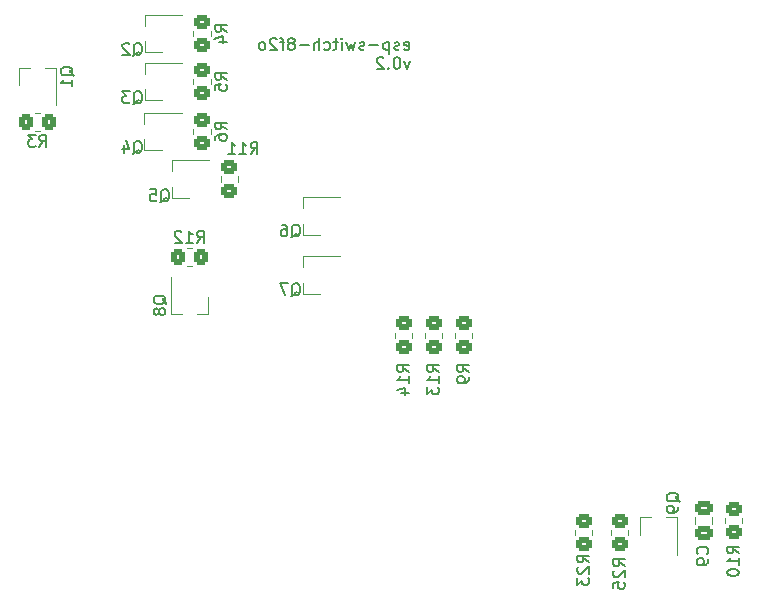
<source format=gbo>
G04 #@! TF.GenerationSoftware,KiCad,Pcbnew,7.0.6*
G04 #@! TF.CreationDate,2023-08-17T21:06:19+02:00*
G04 #@! TF.ProjectId,esp-switch,6573702d-7377-4697-9463-682e6b696361,rev?*
G04 #@! TF.SameCoordinates,Original*
G04 #@! TF.FileFunction,Legend,Bot*
G04 #@! TF.FilePolarity,Positive*
%FSLAX46Y46*%
G04 Gerber Fmt 4.6, Leading zero omitted, Abs format (unit mm)*
G04 Created by KiCad (PCBNEW 7.0.6) date 2023-08-17 21:06:19*
%MOMM*%
%LPD*%
G01*
G04 APERTURE LIST*
G04 Aperture macros list*
%AMRoundRect*
0 Rectangle with rounded corners*
0 $1 Rounding radius*
0 $2 $3 $4 $5 $6 $7 $8 $9 X,Y pos of 4 corners*
0 Add a 4 corners polygon primitive as box body*
4,1,4,$2,$3,$4,$5,$6,$7,$8,$9,$2,$3,0*
0 Add four circle primitives for the rounded corners*
1,1,$1+$1,$2,$3*
1,1,$1+$1,$4,$5*
1,1,$1+$1,$6,$7*
1,1,$1+$1,$8,$9*
0 Add four rect primitives between the rounded corners*
20,1,$1+$1,$2,$3,$4,$5,0*
20,1,$1+$1,$4,$5,$6,$7,0*
20,1,$1+$1,$6,$7,$8,$9,0*
20,1,$1+$1,$8,$9,$2,$3,0*%
G04 Aperture macros list end*
%ADD10C,0.150000*%
%ADD11C,0.120000*%
%ADD12R,1.600000X1.600000*%
%ADD13C,1.600000*%
%ADD14O,1.600000X1.600000*%
%ADD15C,1.800000*%
%ADD16R,2.400000X2.400000*%
%ADD17O,2.400000X2.400000*%
%ADD18R,1.700000X1.700000*%
%ADD19O,1.700000X1.700000*%
%ADD20R,2.200000X2.200000*%
%ADD21O,2.200000X2.200000*%
%ADD22RoundRect,0.250000X-0.350000X-0.450000X0.350000X-0.450000X0.350000X0.450000X-0.350000X0.450000X0*%
%ADD23RoundRect,0.250000X0.450000X-0.350000X0.450000X0.350000X-0.450000X0.350000X-0.450000X-0.350000X0*%
%ADD24RoundRect,0.250000X0.475000X-0.337500X0.475000X0.337500X-0.475000X0.337500X-0.475000X-0.337500X0*%
%ADD25R,1.900000X0.800000*%
%ADD26RoundRect,0.250000X-0.450000X0.350000X-0.450000X-0.350000X0.450000X-0.350000X0.450000X0.350000X0*%
%ADD27RoundRect,0.250000X0.350000X0.450000X-0.350000X0.450000X-0.350000X-0.450000X0.350000X-0.450000X0*%
%ADD28R,0.800000X1.900000*%
G04 APERTURE END LIST*
D10*
X34842268Y-3292200D02*
X34937506Y-3339819D01*
X34937506Y-3339819D02*
X35127982Y-3339819D01*
X35127982Y-3339819D02*
X35223220Y-3292200D01*
X35223220Y-3292200D02*
X35270839Y-3196961D01*
X35270839Y-3196961D02*
X35270839Y-2816009D01*
X35270839Y-2816009D02*
X35223220Y-2720771D01*
X35223220Y-2720771D02*
X35127982Y-2673152D01*
X35127982Y-2673152D02*
X34937506Y-2673152D01*
X34937506Y-2673152D02*
X34842268Y-2720771D01*
X34842268Y-2720771D02*
X34794649Y-2816009D01*
X34794649Y-2816009D02*
X34794649Y-2911247D01*
X34794649Y-2911247D02*
X35270839Y-3006485D01*
X34413696Y-3292200D02*
X34318458Y-3339819D01*
X34318458Y-3339819D02*
X34127982Y-3339819D01*
X34127982Y-3339819D02*
X34032744Y-3292200D01*
X34032744Y-3292200D02*
X33985125Y-3196961D01*
X33985125Y-3196961D02*
X33985125Y-3149342D01*
X33985125Y-3149342D02*
X34032744Y-3054104D01*
X34032744Y-3054104D02*
X34127982Y-3006485D01*
X34127982Y-3006485D02*
X34270839Y-3006485D01*
X34270839Y-3006485D02*
X34366077Y-2958866D01*
X34366077Y-2958866D02*
X34413696Y-2863628D01*
X34413696Y-2863628D02*
X34413696Y-2816009D01*
X34413696Y-2816009D02*
X34366077Y-2720771D01*
X34366077Y-2720771D02*
X34270839Y-2673152D01*
X34270839Y-2673152D02*
X34127982Y-2673152D01*
X34127982Y-2673152D02*
X34032744Y-2720771D01*
X33556553Y-2673152D02*
X33556553Y-3673152D01*
X33556553Y-2720771D02*
X33461315Y-2673152D01*
X33461315Y-2673152D02*
X33270839Y-2673152D01*
X33270839Y-2673152D02*
X33175601Y-2720771D01*
X33175601Y-2720771D02*
X33127982Y-2768390D01*
X33127982Y-2768390D02*
X33080363Y-2863628D01*
X33080363Y-2863628D02*
X33080363Y-3149342D01*
X33080363Y-3149342D02*
X33127982Y-3244580D01*
X33127982Y-3244580D02*
X33175601Y-3292200D01*
X33175601Y-3292200D02*
X33270839Y-3339819D01*
X33270839Y-3339819D02*
X33461315Y-3339819D01*
X33461315Y-3339819D02*
X33556553Y-3292200D01*
X32651791Y-2958866D02*
X31889887Y-2958866D01*
X31461315Y-3292200D02*
X31366077Y-3339819D01*
X31366077Y-3339819D02*
X31175601Y-3339819D01*
X31175601Y-3339819D02*
X31080363Y-3292200D01*
X31080363Y-3292200D02*
X31032744Y-3196961D01*
X31032744Y-3196961D02*
X31032744Y-3149342D01*
X31032744Y-3149342D02*
X31080363Y-3054104D01*
X31080363Y-3054104D02*
X31175601Y-3006485D01*
X31175601Y-3006485D02*
X31318458Y-3006485D01*
X31318458Y-3006485D02*
X31413696Y-2958866D01*
X31413696Y-2958866D02*
X31461315Y-2863628D01*
X31461315Y-2863628D02*
X31461315Y-2816009D01*
X31461315Y-2816009D02*
X31413696Y-2720771D01*
X31413696Y-2720771D02*
X31318458Y-2673152D01*
X31318458Y-2673152D02*
X31175601Y-2673152D01*
X31175601Y-2673152D02*
X31080363Y-2720771D01*
X30699410Y-2673152D02*
X30508934Y-3339819D01*
X30508934Y-3339819D02*
X30318458Y-2863628D01*
X30318458Y-2863628D02*
X30127982Y-3339819D01*
X30127982Y-3339819D02*
X29937506Y-2673152D01*
X29556553Y-3339819D02*
X29556553Y-2673152D01*
X29556553Y-2339819D02*
X29604172Y-2387438D01*
X29604172Y-2387438D02*
X29556553Y-2435057D01*
X29556553Y-2435057D02*
X29508934Y-2387438D01*
X29508934Y-2387438D02*
X29556553Y-2339819D01*
X29556553Y-2339819D02*
X29556553Y-2435057D01*
X29223220Y-2673152D02*
X28842268Y-2673152D01*
X29080363Y-2339819D02*
X29080363Y-3196961D01*
X29080363Y-3196961D02*
X29032744Y-3292200D01*
X29032744Y-3292200D02*
X28937506Y-3339819D01*
X28937506Y-3339819D02*
X28842268Y-3339819D01*
X28080363Y-3292200D02*
X28175601Y-3339819D01*
X28175601Y-3339819D02*
X28366077Y-3339819D01*
X28366077Y-3339819D02*
X28461315Y-3292200D01*
X28461315Y-3292200D02*
X28508934Y-3244580D01*
X28508934Y-3244580D02*
X28556553Y-3149342D01*
X28556553Y-3149342D02*
X28556553Y-2863628D01*
X28556553Y-2863628D02*
X28508934Y-2768390D01*
X28508934Y-2768390D02*
X28461315Y-2720771D01*
X28461315Y-2720771D02*
X28366077Y-2673152D01*
X28366077Y-2673152D02*
X28175601Y-2673152D01*
X28175601Y-2673152D02*
X28080363Y-2720771D01*
X27651791Y-3339819D02*
X27651791Y-2339819D01*
X27223220Y-3339819D02*
X27223220Y-2816009D01*
X27223220Y-2816009D02*
X27270839Y-2720771D01*
X27270839Y-2720771D02*
X27366077Y-2673152D01*
X27366077Y-2673152D02*
X27508934Y-2673152D01*
X27508934Y-2673152D02*
X27604172Y-2720771D01*
X27604172Y-2720771D02*
X27651791Y-2768390D01*
X26747029Y-2958866D02*
X25985125Y-2958866D01*
X25366077Y-2768390D02*
X25461315Y-2720771D01*
X25461315Y-2720771D02*
X25508934Y-2673152D01*
X25508934Y-2673152D02*
X25556553Y-2577914D01*
X25556553Y-2577914D02*
X25556553Y-2530295D01*
X25556553Y-2530295D02*
X25508934Y-2435057D01*
X25508934Y-2435057D02*
X25461315Y-2387438D01*
X25461315Y-2387438D02*
X25366077Y-2339819D01*
X25366077Y-2339819D02*
X25175601Y-2339819D01*
X25175601Y-2339819D02*
X25080363Y-2387438D01*
X25080363Y-2387438D02*
X25032744Y-2435057D01*
X25032744Y-2435057D02*
X24985125Y-2530295D01*
X24985125Y-2530295D02*
X24985125Y-2577914D01*
X24985125Y-2577914D02*
X25032744Y-2673152D01*
X25032744Y-2673152D02*
X25080363Y-2720771D01*
X25080363Y-2720771D02*
X25175601Y-2768390D01*
X25175601Y-2768390D02*
X25366077Y-2768390D01*
X25366077Y-2768390D02*
X25461315Y-2816009D01*
X25461315Y-2816009D02*
X25508934Y-2863628D01*
X25508934Y-2863628D02*
X25556553Y-2958866D01*
X25556553Y-2958866D02*
X25556553Y-3149342D01*
X25556553Y-3149342D02*
X25508934Y-3244580D01*
X25508934Y-3244580D02*
X25461315Y-3292200D01*
X25461315Y-3292200D02*
X25366077Y-3339819D01*
X25366077Y-3339819D02*
X25175601Y-3339819D01*
X25175601Y-3339819D02*
X25080363Y-3292200D01*
X25080363Y-3292200D02*
X25032744Y-3244580D01*
X25032744Y-3244580D02*
X24985125Y-3149342D01*
X24985125Y-3149342D02*
X24985125Y-2958866D01*
X24985125Y-2958866D02*
X25032744Y-2863628D01*
X25032744Y-2863628D02*
X25080363Y-2816009D01*
X25080363Y-2816009D02*
X25175601Y-2768390D01*
X24699410Y-2673152D02*
X24318458Y-2673152D01*
X24556553Y-3339819D02*
X24556553Y-2482676D01*
X24556553Y-2482676D02*
X24508934Y-2387438D01*
X24508934Y-2387438D02*
X24413696Y-2339819D01*
X24413696Y-2339819D02*
X24318458Y-2339819D01*
X24032743Y-2435057D02*
X23985124Y-2387438D01*
X23985124Y-2387438D02*
X23889886Y-2339819D01*
X23889886Y-2339819D02*
X23651791Y-2339819D01*
X23651791Y-2339819D02*
X23556553Y-2387438D01*
X23556553Y-2387438D02*
X23508934Y-2435057D01*
X23508934Y-2435057D02*
X23461315Y-2530295D01*
X23461315Y-2530295D02*
X23461315Y-2625533D01*
X23461315Y-2625533D02*
X23508934Y-2768390D01*
X23508934Y-2768390D02*
X24080362Y-3339819D01*
X24080362Y-3339819D02*
X23461315Y-3339819D01*
X22889886Y-3339819D02*
X22985124Y-3292200D01*
X22985124Y-3292200D02*
X23032743Y-3244580D01*
X23032743Y-3244580D02*
X23080362Y-3149342D01*
X23080362Y-3149342D02*
X23080362Y-2863628D01*
X23080362Y-2863628D02*
X23032743Y-2768390D01*
X23032743Y-2768390D02*
X22985124Y-2720771D01*
X22985124Y-2720771D02*
X22889886Y-2673152D01*
X22889886Y-2673152D02*
X22747029Y-2673152D01*
X22747029Y-2673152D02*
X22651791Y-2720771D01*
X22651791Y-2720771D02*
X22604172Y-2768390D01*
X22604172Y-2768390D02*
X22556553Y-2863628D01*
X22556553Y-2863628D02*
X22556553Y-3149342D01*
X22556553Y-3149342D02*
X22604172Y-3244580D01*
X22604172Y-3244580D02*
X22651791Y-3292200D01*
X22651791Y-3292200D02*
X22747029Y-3339819D01*
X22747029Y-3339819D02*
X22889886Y-3339819D01*
X35318458Y-4283152D02*
X35080363Y-4949819D01*
X35080363Y-4949819D02*
X34842268Y-4283152D01*
X34270839Y-3949819D02*
X34175601Y-3949819D01*
X34175601Y-3949819D02*
X34080363Y-3997438D01*
X34080363Y-3997438D02*
X34032744Y-4045057D01*
X34032744Y-4045057D02*
X33985125Y-4140295D01*
X33985125Y-4140295D02*
X33937506Y-4330771D01*
X33937506Y-4330771D02*
X33937506Y-4568866D01*
X33937506Y-4568866D02*
X33985125Y-4759342D01*
X33985125Y-4759342D02*
X34032744Y-4854580D01*
X34032744Y-4854580D02*
X34080363Y-4902200D01*
X34080363Y-4902200D02*
X34175601Y-4949819D01*
X34175601Y-4949819D02*
X34270839Y-4949819D01*
X34270839Y-4949819D02*
X34366077Y-4902200D01*
X34366077Y-4902200D02*
X34413696Y-4854580D01*
X34413696Y-4854580D02*
X34461315Y-4759342D01*
X34461315Y-4759342D02*
X34508934Y-4568866D01*
X34508934Y-4568866D02*
X34508934Y-4330771D01*
X34508934Y-4330771D02*
X34461315Y-4140295D01*
X34461315Y-4140295D02*
X34413696Y-4045057D01*
X34413696Y-4045057D02*
X34366077Y-3997438D01*
X34366077Y-3997438D02*
X34270839Y-3949819D01*
X33508934Y-4854580D02*
X33461315Y-4902200D01*
X33461315Y-4902200D02*
X33508934Y-4949819D01*
X33508934Y-4949819D02*
X33556553Y-4902200D01*
X33556553Y-4902200D02*
X33508934Y-4854580D01*
X33508934Y-4854580D02*
X33508934Y-4949819D01*
X33080363Y-4045057D02*
X33032744Y-3997438D01*
X33032744Y-3997438D02*
X32937506Y-3949819D01*
X32937506Y-3949819D02*
X32699411Y-3949819D01*
X32699411Y-3949819D02*
X32604173Y-3997438D01*
X32604173Y-3997438D02*
X32556554Y-4045057D01*
X32556554Y-4045057D02*
X32508935Y-4140295D01*
X32508935Y-4140295D02*
X32508935Y-4235533D01*
X32508935Y-4235533D02*
X32556554Y-4378390D01*
X32556554Y-4378390D02*
X33127982Y-4949819D01*
X33127982Y-4949819D02*
X32508935Y-4949819D01*
X3961466Y-11538419D02*
X4294799Y-11062228D01*
X4532894Y-11538419D02*
X4532894Y-10538419D01*
X4532894Y-10538419D02*
X4151942Y-10538419D01*
X4151942Y-10538419D02*
X4056704Y-10586038D01*
X4056704Y-10586038D02*
X4009085Y-10633657D01*
X4009085Y-10633657D02*
X3961466Y-10728895D01*
X3961466Y-10728895D02*
X3961466Y-10871752D01*
X3961466Y-10871752D02*
X4009085Y-10966990D01*
X4009085Y-10966990D02*
X4056704Y-11014609D01*
X4056704Y-11014609D02*
X4151942Y-11062228D01*
X4151942Y-11062228D02*
X4532894Y-11062228D01*
X3628132Y-10538419D02*
X3009085Y-10538419D01*
X3009085Y-10538419D02*
X3342418Y-10919371D01*
X3342418Y-10919371D02*
X3199561Y-10919371D01*
X3199561Y-10919371D02*
X3104323Y-10966990D01*
X3104323Y-10966990D02*
X3056704Y-11014609D01*
X3056704Y-11014609D02*
X3009085Y-11109847D01*
X3009085Y-11109847D02*
X3009085Y-11347942D01*
X3009085Y-11347942D02*
X3056704Y-11443180D01*
X3056704Y-11443180D02*
X3104323Y-11490800D01*
X3104323Y-11490800D02*
X3199561Y-11538419D01*
X3199561Y-11538419D02*
X3485275Y-11538419D01*
X3485275Y-11538419D02*
X3580513Y-11490800D01*
X3580513Y-11490800D02*
X3628132Y-11443180D01*
X35252819Y-30599142D02*
X34776628Y-30265809D01*
X35252819Y-30027714D02*
X34252819Y-30027714D01*
X34252819Y-30027714D02*
X34252819Y-30408666D01*
X34252819Y-30408666D02*
X34300438Y-30503904D01*
X34300438Y-30503904D02*
X34348057Y-30551523D01*
X34348057Y-30551523D02*
X34443295Y-30599142D01*
X34443295Y-30599142D02*
X34586152Y-30599142D01*
X34586152Y-30599142D02*
X34681390Y-30551523D01*
X34681390Y-30551523D02*
X34729009Y-30503904D01*
X34729009Y-30503904D02*
X34776628Y-30408666D01*
X34776628Y-30408666D02*
X34776628Y-30027714D01*
X35252819Y-31551523D02*
X35252819Y-30980095D01*
X35252819Y-31265809D02*
X34252819Y-31265809D01*
X34252819Y-31265809D02*
X34395676Y-31170571D01*
X34395676Y-31170571D02*
X34490914Y-31075333D01*
X34490914Y-31075333D02*
X34538533Y-30980095D01*
X34586152Y-32408666D02*
X35252819Y-32408666D01*
X34205200Y-32170571D02*
X34919485Y-31932476D01*
X34919485Y-31932476D02*
X34919485Y-32551523D01*
X60506780Y-46010533D02*
X60554400Y-45962914D01*
X60554400Y-45962914D02*
X60602019Y-45820057D01*
X60602019Y-45820057D02*
X60602019Y-45724819D01*
X60602019Y-45724819D02*
X60554400Y-45581962D01*
X60554400Y-45581962D02*
X60459161Y-45486724D01*
X60459161Y-45486724D02*
X60363923Y-45439105D01*
X60363923Y-45439105D02*
X60173447Y-45391486D01*
X60173447Y-45391486D02*
X60030590Y-45391486D01*
X60030590Y-45391486D02*
X59840114Y-45439105D01*
X59840114Y-45439105D02*
X59744876Y-45486724D01*
X59744876Y-45486724D02*
X59649638Y-45581962D01*
X59649638Y-45581962D02*
X59602019Y-45724819D01*
X59602019Y-45724819D02*
X59602019Y-45820057D01*
X59602019Y-45820057D02*
X59649638Y-45962914D01*
X59649638Y-45962914D02*
X59697257Y-46010533D01*
X60602019Y-46486724D02*
X60602019Y-46677200D01*
X60602019Y-46677200D02*
X60554400Y-46772438D01*
X60554400Y-46772438D02*
X60506780Y-46820057D01*
X60506780Y-46820057D02*
X60363923Y-46915295D01*
X60363923Y-46915295D02*
X60173447Y-46962914D01*
X60173447Y-46962914D02*
X59792495Y-46962914D01*
X59792495Y-46962914D02*
X59697257Y-46915295D01*
X59697257Y-46915295D02*
X59649638Y-46867676D01*
X59649638Y-46867676D02*
X59602019Y-46772438D01*
X59602019Y-46772438D02*
X59602019Y-46581962D01*
X59602019Y-46581962D02*
X59649638Y-46486724D01*
X59649638Y-46486724D02*
X59697257Y-46439105D01*
X59697257Y-46439105D02*
X59792495Y-46391486D01*
X59792495Y-46391486D02*
X60030590Y-46391486D01*
X60030590Y-46391486D02*
X60125828Y-46439105D01*
X60125828Y-46439105D02*
X60173447Y-46486724D01*
X60173447Y-46486724D02*
X60221066Y-46581962D01*
X60221066Y-46581962D02*
X60221066Y-46772438D01*
X60221066Y-46772438D02*
X60173447Y-46867676D01*
X60173447Y-46867676D02*
X60125828Y-46915295D01*
X60125828Y-46915295D02*
X60030590Y-46962914D01*
X14195238Y-16250057D02*
X14290476Y-16202438D01*
X14290476Y-16202438D02*
X14385714Y-16107200D01*
X14385714Y-16107200D02*
X14528571Y-15964342D01*
X14528571Y-15964342D02*
X14623809Y-15916723D01*
X14623809Y-15916723D02*
X14719047Y-15916723D01*
X14671428Y-16154819D02*
X14766666Y-16107200D01*
X14766666Y-16107200D02*
X14861904Y-16011961D01*
X14861904Y-16011961D02*
X14909523Y-15821485D01*
X14909523Y-15821485D02*
X14909523Y-15488152D01*
X14909523Y-15488152D02*
X14861904Y-15297676D01*
X14861904Y-15297676D02*
X14766666Y-15202438D01*
X14766666Y-15202438D02*
X14671428Y-15154819D01*
X14671428Y-15154819D02*
X14480952Y-15154819D01*
X14480952Y-15154819D02*
X14385714Y-15202438D01*
X14385714Y-15202438D02*
X14290476Y-15297676D01*
X14290476Y-15297676D02*
X14242857Y-15488152D01*
X14242857Y-15488152D02*
X14242857Y-15821485D01*
X14242857Y-15821485D02*
X14290476Y-16011961D01*
X14290476Y-16011961D02*
X14385714Y-16107200D01*
X14385714Y-16107200D02*
X14480952Y-16154819D01*
X14480952Y-16154819D02*
X14671428Y-16154819D01*
X13338095Y-15154819D02*
X13814285Y-15154819D01*
X13814285Y-15154819D02*
X13861904Y-15631009D01*
X13861904Y-15631009D02*
X13814285Y-15583390D01*
X13814285Y-15583390D02*
X13719047Y-15535771D01*
X13719047Y-15535771D02*
X13480952Y-15535771D01*
X13480952Y-15535771D02*
X13385714Y-15583390D01*
X13385714Y-15583390D02*
X13338095Y-15631009D01*
X13338095Y-15631009D02*
X13290476Y-15726247D01*
X13290476Y-15726247D02*
X13290476Y-15964342D01*
X13290476Y-15964342D02*
X13338095Y-16059580D01*
X13338095Y-16059580D02*
X13385714Y-16107200D01*
X13385714Y-16107200D02*
X13480952Y-16154819D01*
X13480952Y-16154819D02*
X13719047Y-16154819D01*
X13719047Y-16154819D02*
X13814285Y-16107200D01*
X13814285Y-16107200D02*
X13861904Y-16059580D01*
X50492819Y-46728142D02*
X50016628Y-46394809D01*
X50492819Y-46156714D02*
X49492819Y-46156714D01*
X49492819Y-46156714D02*
X49492819Y-46537666D01*
X49492819Y-46537666D02*
X49540438Y-46632904D01*
X49540438Y-46632904D02*
X49588057Y-46680523D01*
X49588057Y-46680523D02*
X49683295Y-46728142D01*
X49683295Y-46728142D02*
X49826152Y-46728142D01*
X49826152Y-46728142D02*
X49921390Y-46680523D01*
X49921390Y-46680523D02*
X49969009Y-46632904D01*
X49969009Y-46632904D02*
X50016628Y-46537666D01*
X50016628Y-46537666D02*
X50016628Y-46156714D01*
X49588057Y-47109095D02*
X49540438Y-47156714D01*
X49540438Y-47156714D02*
X49492819Y-47251952D01*
X49492819Y-47251952D02*
X49492819Y-47490047D01*
X49492819Y-47490047D02*
X49540438Y-47585285D01*
X49540438Y-47585285D02*
X49588057Y-47632904D01*
X49588057Y-47632904D02*
X49683295Y-47680523D01*
X49683295Y-47680523D02*
X49778533Y-47680523D01*
X49778533Y-47680523D02*
X49921390Y-47632904D01*
X49921390Y-47632904D02*
X50492819Y-47061476D01*
X50492819Y-47061476D02*
X50492819Y-47680523D01*
X49492819Y-48013857D02*
X49492819Y-48632904D01*
X49492819Y-48632904D02*
X49873771Y-48299571D01*
X49873771Y-48299571D02*
X49873771Y-48442428D01*
X49873771Y-48442428D02*
X49921390Y-48537666D01*
X49921390Y-48537666D02*
X49969009Y-48585285D01*
X49969009Y-48585285D02*
X50064247Y-48632904D01*
X50064247Y-48632904D02*
X50302342Y-48632904D01*
X50302342Y-48632904D02*
X50397580Y-48585285D01*
X50397580Y-48585285D02*
X50445200Y-48537666D01*
X50445200Y-48537666D02*
X50492819Y-48442428D01*
X50492819Y-48442428D02*
X50492819Y-48156714D01*
X50492819Y-48156714D02*
X50445200Y-48061476D01*
X50445200Y-48061476D02*
X50397580Y-48013857D01*
X19818819Y-5863333D02*
X19342628Y-5530000D01*
X19818819Y-5291905D02*
X18818819Y-5291905D01*
X18818819Y-5291905D02*
X18818819Y-5672857D01*
X18818819Y-5672857D02*
X18866438Y-5768095D01*
X18866438Y-5768095D02*
X18914057Y-5815714D01*
X18914057Y-5815714D02*
X19009295Y-5863333D01*
X19009295Y-5863333D02*
X19152152Y-5863333D01*
X19152152Y-5863333D02*
X19247390Y-5815714D01*
X19247390Y-5815714D02*
X19295009Y-5768095D01*
X19295009Y-5768095D02*
X19342628Y-5672857D01*
X19342628Y-5672857D02*
X19342628Y-5291905D01*
X18818819Y-6768095D02*
X18818819Y-6291905D01*
X18818819Y-6291905D02*
X19295009Y-6244286D01*
X19295009Y-6244286D02*
X19247390Y-6291905D01*
X19247390Y-6291905D02*
X19199771Y-6387143D01*
X19199771Y-6387143D02*
X19199771Y-6625238D01*
X19199771Y-6625238D02*
X19247390Y-6720476D01*
X19247390Y-6720476D02*
X19295009Y-6768095D01*
X19295009Y-6768095D02*
X19390247Y-6815714D01*
X19390247Y-6815714D02*
X19628342Y-6815714D01*
X19628342Y-6815714D02*
X19723580Y-6768095D01*
X19723580Y-6768095D02*
X19771200Y-6720476D01*
X19771200Y-6720476D02*
X19818819Y-6625238D01*
X19818819Y-6625238D02*
X19818819Y-6387143D01*
X19818819Y-6387143D02*
X19771200Y-6291905D01*
X19771200Y-6291905D02*
X19723580Y-6244286D01*
X17305257Y-19669819D02*
X17638590Y-19193628D01*
X17876685Y-19669819D02*
X17876685Y-18669819D01*
X17876685Y-18669819D02*
X17495733Y-18669819D01*
X17495733Y-18669819D02*
X17400495Y-18717438D01*
X17400495Y-18717438D02*
X17352876Y-18765057D01*
X17352876Y-18765057D02*
X17305257Y-18860295D01*
X17305257Y-18860295D02*
X17305257Y-19003152D01*
X17305257Y-19003152D02*
X17352876Y-19098390D01*
X17352876Y-19098390D02*
X17400495Y-19146009D01*
X17400495Y-19146009D02*
X17495733Y-19193628D01*
X17495733Y-19193628D02*
X17876685Y-19193628D01*
X16352876Y-19669819D02*
X16924304Y-19669819D01*
X16638590Y-19669819D02*
X16638590Y-18669819D01*
X16638590Y-18669819D02*
X16733828Y-18812676D01*
X16733828Y-18812676D02*
X16829066Y-18907914D01*
X16829066Y-18907914D02*
X16924304Y-18955533D01*
X15971923Y-18765057D02*
X15924304Y-18717438D01*
X15924304Y-18717438D02*
X15829066Y-18669819D01*
X15829066Y-18669819D02*
X15590971Y-18669819D01*
X15590971Y-18669819D02*
X15495733Y-18717438D01*
X15495733Y-18717438D02*
X15448114Y-18765057D01*
X15448114Y-18765057D02*
X15400495Y-18860295D01*
X15400495Y-18860295D02*
X15400495Y-18955533D01*
X15400495Y-18955533D02*
X15448114Y-19098390D01*
X15448114Y-19098390D02*
X16019542Y-19669819D01*
X16019542Y-19669819D02*
X15400495Y-19669819D01*
X21842857Y-12154819D02*
X22176190Y-11678628D01*
X22414285Y-12154819D02*
X22414285Y-11154819D01*
X22414285Y-11154819D02*
X22033333Y-11154819D01*
X22033333Y-11154819D02*
X21938095Y-11202438D01*
X21938095Y-11202438D02*
X21890476Y-11250057D01*
X21890476Y-11250057D02*
X21842857Y-11345295D01*
X21842857Y-11345295D02*
X21842857Y-11488152D01*
X21842857Y-11488152D02*
X21890476Y-11583390D01*
X21890476Y-11583390D02*
X21938095Y-11631009D01*
X21938095Y-11631009D02*
X22033333Y-11678628D01*
X22033333Y-11678628D02*
X22414285Y-11678628D01*
X20890476Y-12154819D02*
X21461904Y-12154819D01*
X21176190Y-12154819D02*
X21176190Y-11154819D01*
X21176190Y-11154819D02*
X21271428Y-11297676D01*
X21271428Y-11297676D02*
X21366666Y-11392914D01*
X21366666Y-11392914D02*
X21461904Y-11440533D01*
X19938095Y-12154819D02*
X20509523Y-12154819D01*
X20223809Y-12154819D02*
X20223809Y-11154819D01*
X20223809Y-11154819D02*
X20319047Y-11297676D01*
X20319047Y-11297676D02*
X20414285Y-11392914D01*
X20414285Y-11392914D02*
X20509523Y-11440533D01*
X40332819Y-30599143D02*
X39856628Y-30265810D01*
X40332819Y-30027715D02*
X39332819Y-30027715D01*
X39332819Y-30027715D02*
X39332819Y-30408667D01*
X39332819Y-30408667D02*
X39380438Y-30503905D01*
X39380438Y-30503905D02*
X39428057Y-30551524D01*
X39428057Y-30551524D02*
X39523295Y-30599143D01*
X39523295Y-30599143D02*
X39666152Y-30599143D01*
X39666152Y-30599143D02*
X39761390Y-30551524D01*
X39761390Y-30551524D02*
X39809009Y-30503905D01*
X39809009Y-30503905D02*
X39856628Y-30408667D01*
X39856628Y-30408667D02*
X39856628Y-30027715D01*
X40332819Y-31075334D02*
X40332819Y-31265810D01*
X40332819Y-31265810D02*
X40285200Y-31361048D01*
X40285200Y-31361048D02*
X40237580Y-31408667D01*
X40237580Y-31408667D02*
X40094723Y-31503905D01*
X40094723Y-31503905D02*
X39904247Y-31551524D01*
X39904247Y-31551524D02*
X39523295Y-31551524D01*
X39523295Y-31551524D02*
X39428057Y-31503905D01*
X39428057Y-31503905D02*
X39380438Y-31456286D01*
X39380438Y-31456286D02*
X39332819Y-31361048D01*
X39332819Y-31361048D02*
X39332819Y-31170572D01*
X39332819Y-31170572D02*
X39380438Y-31075334D01*
X39380438Y-31075334D02*
X39428057Y-31027715D01*
X39428057Y-31027715D02*
X39523295Y-30980096D01*
X39523295Y-30980096D02*
X39761390Y-30980096D01*
X39761390Y-30980096D02*
X39856628Y-31027715D01*
X39856628Y-31027715D02*
X39904247Y-31075334D01*
X39904247Y-31075334D02*
X39951866Y-31170572D01*
X39951866Y-31170572D02*
X39951866Y-31361048D01*
X39951866Y-31361048D02*
X39904247Y-31456286D01*
X39904247Y-31456286D02*
X39856628Y-31503905D01*
X39856628Y-31503905D02*
X39761390Y-31551524D01*
X19818819Y-1799333D02*
X19342628Y-1466000D01*
X19818819Y-1227905D02*
X18818819Y-1227905D01*
X18818819Y-1227905D02*
X18818819Y-1608857D01*
X18818819Y-1608857D02*
X18866438Y-1704095D01*
X18866438Y-1704095D02*
X18914057Y-1751714D01*
X18914057Y-1751714D02*
X19009295Y-1799333D01*
X19009295Y-1799333D02*
X19152152Y-1799333D01*
X19152152Y-1799333D02*
X19247390Y-1751714D01*
X19247390Y-1751714D02*
X19295009Y-1704095D01*
X19295009Y-1704095D02*
X19342628Y-1608857D01*
X19342628Y-1608857D02*
X19342628Y-1227905D01*
X19152152Y-2656476D02*
X19818819Y-2656476D01*
X18771200Y-2418381D02*
X19485485Y-2180286D01*
X19485485Y-2180286D02*
X19485485Y-2799333D01*
X11895238Y-7950057D02*
X11990476Y-7902438D01*
X11990476Y-7902438D02*
X12085714Y-7807200D01*
X12085714Y-7807200D02*
X12228571Y-7664342D01*
X12228571Y-7664342D02*
X12323809Y-7616723D01*
X12323809Y-7616723D02*
X12419047Y-7616723D01*
X12371428Y-7854819D02*
X12466666Y-7807200D01*
X12466666Y-7807200D02*
X12561904Y-7711961D01*
X12561904Y-7711961D02*
X12609523Y-7521485D01*
X12609523Y-7521485D02*
X12609523Y-7188152D01*
X12609523Y-7188152D02*
X12561904Y-6997676D01*
X12561904Y-6997676D02*
X12466666Y-6902438D01*
X12466666Y-6902438D02*
X12371428Y-6854819D01*
X12371428Y-6854819D02*
X12180952Y-6854819D01*
X12180952Y-6854819D02*
X12085714Y-6902438D01*
X12085714Y-6902438D02*
X11990476Y-6997676D01*
X11990476Y-6997676D02*
X11942857Y-7188152D01*
X11942857Y-7188152D02*
X11942857Y-7521485D01*
X11942857Y-7521485D02*
X11990476Y-7711961D01*
X11990476Y-7711961D02*
X12085714Y-7807200D01*
X12085714Y-7807200D02*
X12180952Y-7854819D01*
X12180952Y-7854819D02*
X12371428Y-7854819D01*
X11609523Y-6854819D02*
X10990476Y-6854819D01*
X10990476Y-6854819D02*
X11323809Y-7235771D01*
X11323809Y-7235771D02*
X11180952Y-7235771D01*
X11180952Y-7235771D02*
X11085714Y-7283390D01*
X11085714Y-7283390D02*
X11038095Y-7331009D01*
X11038095Y-7331009D02*
X10990476Y-7426247D01*
X10990476Y-7426247D02*
X10990476Y-7664342D01*
X10990476Y-7664342D02*
X11038095Y-7759580D01*
X11038095Y-7759580D02*
X11085714Y-7807200D01*
X11085714Y-7807200D02*
X11180952Y-7854819D01*
X11180952Y-7854819D02*
X11466666Y-7854819D01*
X11466666Y-7854819D02*
X11561904Y-7807200D01*
X11561904Y-7807200D02*
X11609523Y-7759580D01*
X25280438Y-24207857D02*
X25375676Y-24160238D01*
X25375676Y-24160238D02*
X25470914Y-24065000D01*
X25470914Y-24065000D02*
X25613771Y-23922142D01*
X25613771Y-23922142D02*
X25709009Y-23874523D01*
X25709009Y-23874523D02*
X25804247Y-23874523D01*
X25756628Y-24112619D02*
X25851866Y-24065000D01*
X25851866Y-24065000D02*
X25947104Y-23969761D01*
X25947104Y-23969761D02*
X25994723Y-23779285D01*
X25994723Y-23779285D02*
X25994723Y-23445952D01*
X25994723Y-23445952D02*
X25947104Y-23255476D01*
X25947104Y-23255476D02*
X25851866Y-23160238D01*
X25851866Y-23160238D02*
X25756628Y-23112619D01*
X25756628Y-23112619D02*
X25566152Y-23112619D01*
X25566152Y-23112619D02*
X25470914Y-23160238D01*
X25470914Y-23160238D02*
X25375676Y-23255476D01*
X25375676Y-23255476D02*
X25328057Y-23445952D01*
X25328057Y-23445952D02*
X25328057Y-23779285D01*
X25328057Y-23779285D02*
X25375676Y-23969761D01*
X25375676Y-23969761D02*
X25470914Y-24065000D01*
X25470914Y-24065000D02*
X25566152Y-24112619D01*
X25566152Y-24112619D02*
X25756628Y-24112619D01*
X24994723Y-23112619D02*
X24328057Y-23112619D01*
X24328057Y-23112619D02*
X24756628Y-24112619D01*
X19818819Y-10079733D02*
X19342628Y-9746400D01*
X19818819Y-9508305D02*
X18818819Y-9508305D01*
X18818819Y-9508305D02*
X18818819Y-9889257D01*
X18818819Y-9889257D02*
X18866438Y-9984495D01*
X18866438Y-9984495D02*
X18914057Y-10032114D01*
X18914057Y-10032114D02*
X19009295Y-10079733D01*
X19009295Y-10079733D02*
X19152152Y-10079733D01*
X19152152Y-10079733D02*
X19247390Y-10032114D01*
X19247390Y-10032114D02*
X19295009Y-9984495D01*
X19295009Y-9984495D02*
X19342628Y-9889257D01*
X19342628Y-9889257D02*
X19342628Y-9508305D01*
X18818819Y-10936876D02*
X18818819Y-10746400D01*
X18818819Y-10746400D02*
X18866438Y-10651162D01*
X18866438Y-10651162D02*
X18914057Y-10603543D01*
X18914057Y-10603543D02*
X19056914Y-10508305D01*
X19056914Y-10508305D02*
X19247390Y-10460686D01*
X19247390Y-10460686D02*
X19628342Y-10460686D01*
X19628342Y-10460686D02*
X19723580Y-10508305D01*
X19723580Y-10508305D02*
X19771200Y-10555924D01*
X19771200Y-10555924D02*
X19818819Y-10651162D01*
X19818819Y-10651162D02*
X19818819Y-10841638D01*
X19818819Y-10841638D02*
X19771200Y-10936876D01*
X19771200Y-10936876D02*
X19723580Y-10984495D01*
X19723580Y-10984495D02*
X19628342Y-11032114D01*
X19628342Y-11032114D02*
X19390247Y-11032114D01*
X19390247Y-11032114D02*
X19295009Y-10984495D01*
X19295009Y-10984495D02*
X19247390Y-10936876D01*
X19247390Y-10936876D02*
X19199771Y-10841638D01*
X19199771Y-10841638D02*
X19199771Y-10651162D01*
X19199771Y-10651162D02*
X19247390Y-10555924D01*
X19247390Y-10555924D02*
X19295009Y-10508305D01*
X19295009Y-10508305D02*
X19390247Y-10460686D01*
X58157257Y-41611561D02*
X58109638Y-41516323D01*
X58109638Y-41516323D02*
X58014400Y-41421085D01*
X58014400Y-41421085D02*
X57871542Y-41278228D01*
X57871542Y-41278228D02*
X57823923Y-41182990D01*
X57823923Y-41182990D02*
X57823923Y-41087752D01*
X58062019Y-41135371D02*
X58014400Y-41040133D01*
X58014400Y-41040133D02*
X57919161Y-40944895D01*
X57919161Y-40944895D02*
X57728685Y-40897276D01*
X57728685Y-40897276D02*
X57395352Y-40897276D01*
X57395352Y-40897276D02*
X57204876Y-40944895D01*
X57204876Y-40944895D02*
X57109638Y-41040133D01*
X57109638Y-41040133D02*
X57062019Y-41135371D01*
X57062019Y-41135371D02*
X57062019Y-41325847D01*
X57062019Y-41325847D02*
X57109638Y-41421085D01*
X57109638Y-41421085D02*
X57204876Y-41516323D01*
X57204876Y-41516323D02*
X57395352Y-41563942D01*
X57395352Y-41563942D02*
X57728685Y-41563942D01*
X57728685Y-41563942D02*
X57919161Y-41516323D01*
X57919161Y-41516323D02*
X58014400Y-41421085D01*
X58014400Y-41421085D02*
X58062019Y-41325847D01*
X58062019Y-41325847D02*
X58062019Y-41135371D01*
X58062019Y-42040133D02*
X58062019Y-42230609D01*
X58062019Y-42230609D02*
X58014400Y-42325847D01*
X58014400Y-42325847D02*
X57966780Y-42373466D01*
X57966780Y-42373466D02*
X57823923Y-42468704D01*
X57823923Y-42468704D02*
X57633447Y-42516323D01*
X57633447Y-42516323D02*
X57252495Y-42516323D01*
X57252495Y-42516323D02*
X57157257Y-42468704D01*
X57157257Y-42468704D02*
X57109638Y-42421085D01*
X57109638Y-42421085D02*
X57062019Y-42325847D01*
X57062019Y-42325847D02*
X57062019Y-42135371D01*
X57062019Y-42135371D02*
X57109638Y-42040133D01*
X57109638Y-42040133D02*
X57157257Y-41992514D01*
X57157257Y-41992514D02*
X57252495Y-41944895D01*
X57252495Y-41944895D02*
X57490590Y-41944895D01*
X57490590Y-41944895D02*
X57585828Y-41992514D01*
X57585828Y-41992514D02*
X57633447Y-42040133D01*
X57633447Y-42040133D02*
X57681066Y-42135371D01*
X57681066Y-42135371D02*
X57681066Y-42325847D01*
X57681066Y-42325847D02*
X57633447Y-42421085D01*
X57633447Y-42421085D02*
X57585828Y-42468704D01*
X57585828Y-42468704D02*
X57490590Y-42516323D01*
X11895238Y-3850057D02*
X11990476Y-3802438D01*
X11990476Y-3802438D02*
X12085714Y-3707200D01*
X12085714Y-3707200D02*
X12228571Y-3564342D01*
X12228571Y-3564342D02*
X12323809Y-3516723D01*
X12323809Y-3516723D02*
X12419047Y-3516723D01*
X12371428Y-3754819D02*
X12466666Y-3707200D01*
X12466666Y-3707200D02*
X12561904Y-3611961D01*
X12561904Y-3611961D02*
X12609523Y-3421485D01*
X12609523Y-3421485D02*
X12609523Y-3088152D01*
X12609523Y-3088152D02*
X12561904Y-2897676D01*
X12561904Y-2897676D02*
X12466666Y-2802438D01*
X12466666Y-2802438D02*
X12371428Y-2754819D01*
X12371428Y-2754819D02*
X12180952Y-2754819D01*
X12180952Y-2754819D02*
X12085714Y-2802438D01*
X12085714Y-2802438D02*
X11990476Y-2897676D01*
X11990476Y-2897676D02*
X11942857Y-3088152D01*
X11942857Y-3088152D02*
X11942857Y-3421485D01*
X11942857Y-3421485D02*
X11990476Y-3611961D01*
X11990476Y-3611961D02*
X12085714Y-3707200D01*
X12085714Y-3707200D02*
X12180952Y-3754819D01*
X12180952Y-3754819D02*
X12371428Y-3754819D01*
X11561904Y-2850057D02*
X11514285Y-2802438D01*
X11514285Y-2802438D02*
X11419047Y-2754819D01*
X11419047Y-2754819D02*
X11180952Y-2754819D01*
X11180952Y-2754819D02*
X11085714Y-2802438D01*
X11085714Y-2802438D02*
X11038095Y-2850057D01*
X11038095Y-2850057D02*
X10990476Y-2945295D01*
X10990476Y-2945295D02*
X10990476Y-3040533D01*
X10990476Y-3040533D02*
X11038095Y-3183390D01*
X11038095Y-3183390D02*
X11609523Y-3754819D01*
X11609523Y-3754819D02*
X10990476Y-3754819D01*
X63192819Y-45966142D02*
X62716628Y-45632809D01*
X63192819Y-45394714D02*
X62192819Y-45394714D01*
X62192819Y-45394714D02*
X62192819Y-45775666D01*
X62192819Y-45775666D02*
X62240438Y-45870904D01*
X62240438Y-45870904D02*
X62288057Y-45918523D01*
X62288057Y-45918523D02*
X62383295Y-45966142D01*
X62383295Y-45966142D02*
X62526152Y-45966142D01*
X62526152Y-45966142D02*
X62621390Y-45918523D01*
X62621390Y-45918523D02*
X62669009Y-45870904D01*
X62669009Y-45870904D02*
X62716628Y-45775666D01*
X62716628Y-45775666D02*
X62716628Y-45394714D01*
X63192819Y-46918523D02*
X63192819Y-46347095D01*
X63192819Y-46632809D02*
X62192819Y-46632809D01*
X62192819Y-46632809D02*
X62335676Y-46537571D01*
X62335676Y-46537571D02*
X62430914Y-46442333D01*
X62430914Y-46442333D02*
X62478533Y-46347095D01*
X62192819Y-47537571D02*
X62192819Y-47632809D01*
X62192819Y-47632809D02*
X62240438Y-47728047D01*
X62240438Y-47728047D02*
X62288057Y-47775666D01*
X62288057Y-47775666D02*
X62383295Y-47823285D01*
X62383295Y-47823285D02*
X62573771Y-47870904D01*
X62573771Y-47870904D02*
X62811866Y-47870904D01*
X62811866Y-47870904D02*
X63002342Y-47823285D01*
X63002342Y-47823285D02*
X63097580Y-47775666D01*
X63097580Y-47775666D02*
X63145200Y-47728047D01*
X63145200Y-47728047D02*
X63192819Y-47632809D01*
X63192819Y-47632809D02*
X63192819Y-47537571D01*
X63192819Y-47537571D02*
X63145200Y-47442333D01*
X63145200Y-47442333D02*
X63097580Y-47394714D01*
X63097580Y-47394714D02*
X63002342Y-47347095D01*
X63002342Y-47347095D02*
X62811866Y-47299476D01*
X62811866Y-47299476D02*
X62573771Y-47299476D01*
X62573771Y-47299476D02*
X62383295Y-47347095D01*
X62383295Y-47347095D02*
X62288057Y-47394714D01*
X62288057Y-47394714D02*
X62240438Y-47442333D01*
X62240438Y-47442333D02*
X62192819Y-47537571D01*
X25280438Y-19221057D02*
X25375676Y-19173438D01*
X25375676Y-19173438D02*
X25470914Y-19078200D01*
X25470914Y-19078200D02*
X25613771Y-18935342D01*
X25613771Y-18935342D02*
X25709009Y-18887723D01*
X25709009Y-18887723D02*
X25804247Y-18887723D01*
X25756628Y-19125819D02*
X25851866Y-19078200D01*
X25851866Y-19078200D02*
X25947104Y-18982961D01*
X25947104Y-18982961D02*
X25994723Y-18792485D01*
X25994723Y-18792485D02*
X25994723Y-18459152D01*
X25994723Y-18459152D02*
X25947104Y-18268676D01*
X25947104Y-18268676D02*
X25851866Y-18173438D01*
X25851866Y-18173438D02*
X25756628Y-18125819D01*
X25756628Y-18125819D02*
X25566152Y-18125819D01*
X25566152Y-18125819D02*
X25470914Y-18173438D01*
X25470914Y-18173438D02*
X25375676Y-18268676D01*
X25375676Y-18268676D02*
X25328057Y-18459152D01*
X25328057Y-18459152D02*
X25328057Y-18792485D01*
X25328057Y-18792485D02*
X25375676Y-18982961D01*
X25375676Y-18982961D02*
X25470914Y-19078200D01*
X25470914Y-19078200D02*
X25566152Y-19125819D01*
X25566152Y-19125819D02*
X25756628Y-19125819D01*
X24470914Y-18125819D02*
X24661390Y-18125819D01*
X24661390Y-18125819D02*
X24756628Y-18173438D01*
X24756628Y-18173438D02*
X24804247Y-18221057D01*
X24804247Y-18221057D02*
X24899485Y-18363914D01*
X24899485Y-18363914D02*
X24947104Y-18554390D01*
X24947104Y-18554390D02*
X24947104Y-18935342D01*
X24947104Y-18935342D02*
X24899485Y-19030580D01*
X24899485Y-19030580D02*
X24851866Y-19078200D01*
X24851866Y-19078200D02*
X24756628Y-19125819D01*
X24756628Y-19125819D02*
X24566152Y-19125819D01*
X24566152Y-19125819D02*
X24470914Y-19078200D01*
X24470914Y-19078200D02*
X24423295Y-19030580D01*
X24423295Y-19030580D02*
X24375676Y-18935342D01*
X24375676Y-18935342D02*
X24375676Y-18697247D01*
X24375676Y-18697247D02*
X24423295Y-18602009D01*
X24423295Y-18602009D02*
X24470914Y-18554390D01*
X24470914Y-18554390D02*
X24566152Y-18506771D01*
X24566152Y-18506771D02*
X24756628Y-18506771D01*
X24756628Y-18506771D02*
X24851866Y-18554390D01*
X24851866Y-18554390D02*
X24899485Y-18602009D01*
X24899485Y-18602009D02*
X24947104Y-18697247D01*
X6844857Y-5528361D02*
X6797238Y-5433123D01*
X6797238Y-5433123D02*
X6702000Y-5337885D01*
X6702000Y-5337885D02*
X6559142Y-5195028D01*
X6559142Y-5195028D02*
X6511523Y-5099790D01*
X6511523Y-5099790D02*
X6511523Y-5004552D01*
X6749619Y-5052171D02*
X6702000Y-4956933D01*
X6702000Y-4956933D02*
X6606761Y-4861695D01*
X6606761Y-4861695D02*
X6416285Y-4814076D01*
X6416285Y-4814076D02*
X6082952Y-4814076D01*
X6082952Y-4814076D02*
X5892476Y-4861695D01*
X5892476Y-4861695D02*
X5797238Y-4956933D01*
X5797238Y-4956933D02*
X5749619Y-5052171D01*
X5749619Y-5052171D02*
X5749619Y-5242647D01*
X5749619Y-5242647D02*
X5797238Y-5337885D01*
X5797238Y-5337885D02*
X5892476Y-5433123D01*
X5892476Y-5433123D02*
X6082952Y-5480742D01*
X6082952Y-5480742D02*
X6416285Y-5480742D01*
X6416285Y-5480742D02*
X6606761Y-5433123D01*
X6606761Y-5433123D02*
X6702000Y-5337885D01*
X6702000Y-5337885D02*
X6749619Y-5242647D01*
X6749619Y-5242647D02*
X6749619Y-5052171D01*
X6749619Y-6433123D02*
X6749619Y-5861695D01*
X6749619Y-6147409D02*
X5749619Y-6147409D01*
X5749619Y-6147409D02*
X5892476Y-6052171D01*
X5892476Y-6052171D02*
X5987714Y-5956933D01*
X5987714Y-5956933D02*
X6035333Y-5861695D01*
X11895238Y-12150057D02*
X11990476Y-12102438D01*
X11990476Y-12102438D02*
X12085714Y-12007200D01*
X12085714Y-12007200D02*
X12228571Y-11864342D01*
X12228571Y-11864342D02*
X12323809Y-11816723D01*
X12323809Y-11816723D02*
X12419047Y-11816723D01*
X12371428Y-12054819D02*
X12466666Y-12007200D01*
X12466666Y-12007200D02*
X12561904Y-11911961D01*
X12561904Y-11911961D02*
X12609523Y-11721485D01*
X12609523Y-11721485D02*
X12609523Y-11388152D01*
X12609523Y-11388152D02*
X12561904Y-11197676D01*
X12561904Y-11197676D02*
X12466666Y-11102438D01*
X12466666Y-11102438D02*
X12371428Y-11054819D01*
X12371428Y-11054819D02*
X12180952Y-11054819D01*
X12180952Y-11054819D02*
X12085714Y-11102438D01*
X12085714Y-11102438D02*
X11990476Y-11197676D01*
X11990476Y-11197676D02*
X11942857Y-11388152D01*
X11942857Y-11388152D02*
X11942857Y-11721485D01*
X11942857Y-11721485D02*
X11990476Y-11911961D01*
X11990476Y-11911961D02*
X12085714Y-12007200D01*
X12085714Y-12007200D02*
X12180952Y-12054819D01*
X12180952Y-12054819D02*
X12371428Y-12054819D01*
X11085714Y-11388152D02*
X11085714Y-12054819D01*
X11323809Y-11007200D02*
X11561904Y-11721485D01*
X11561904Y-11721485D02*
X10942857Y-11721485D01*
X14712457Y-24884561D02*
X14664838Y-24789323D01*
X14664838Y-24789323D02*
X14569600Y-24694085D01*
X14569600Y-24694085D02*
X14426742Y-24551228D01*
X14426742Y-24551228D02*
X14379123Y-24455990D01*
X14379123Y-24455990D02*
X14379123Y-24360752D01*
X14617219Y-24408371D02*
X14569600Y-24313133D01*
X14569600Y-24313133D02*
X14474361Y-24217895D01*
X14474361Y-24217895D02*
X14283885Y-24170276D01*
X14283885Y-24170276D02*
X13950552Y-24170276D01*
X13950552Y-24170276D02*
X13760076Y-24217895D01*
X13760076Y-24217895D02*
X13664838Y-24313133D01*
X13664838Y-24313133D02*
X13617219Y-24408371D01*
X13617219Y-24408371D02*
X13617219Y-24598847D01*
X13617219Y-24598847D02*
X13664838Y-24694085D01*
X13664838Y-24694085D02*
X13760076Y-24789323D01*
X13760076Y-24789323D02*
X13950552Y-24836942D01*
X13950552Y-24836942D02*
X14283885Y-24836942D01*
X14283885Y-24836942D02*
X14474361Y-24789323D01*
X14474361Y-24789323D02*
X14569600Y-24694085D01*
X14569600Y-24694085D02*
X14617219Y-24598847D01*
X14617219Y-24598847D02*
X14617219Y-24408371D01*
X14045790Y-25408371D02*
X13998171Y-25313133D01*
X13998171Y-25313133D02*
X13950552Y-25265514D01*
X13950552Y-25265514D02*
X13855314Y-25217895D01*
X13855314Y-25217895D02*
X13807695Y-25217895D01*
X13807695Y-25217895D02*
X13712457Y-25265514D01*
X13712457Y-25265514D02*
X13664838Y-25313133D01*
X13664838Y-25313133D02*
X13617219Y-25408371D01*
X13617219Y-25408371D02*
X13617219Y-25598847D01*
X13617219Y-25598847D02*
X13664838Y-25694085D01*
X13664838Y-25694085D02*
X13712457Y-25741704D01*
X13712457Y-25741704D02*
X13807695Y-25789323D01*
X13807695Y-25789323D02*
X13855314Y-25789323D01*
X13855314Y-25789323D02*
X13950552Y-25741704D01*
X13950552Y-25741704D02*
X13998171Y-25694085D01*
X13998171Y-25694085D02*
X14045790Y-25598847D01*
X14045790Y-25598847D02*
X14045790Y-25408371D01*
X14045790Y-25408371D02*
X14093409Y-25313133D01*
X14093409Y-25313133D02*
X14141028Y-25265514D01*
X14141028Y-25265514D02*
X14236266Y-25217895D01*
X14236266Y-25217895D02*
X14426742Y-25217895D01*
X14426742Y-25217895D02*
X14521980Y-25265514D01*
X14521980Y-25265514D02*
X14569600Y-25313133D01*
X14569600Y-25313133D02*
X14617219Y-25408371D01*
X14617219Y-25408371D02*
X14617219Y-25598847D01*
X14617219Y-25598847D02*
X14569600Y-25694085D01*
X14569600Y-25694085D02*
X14521980Y-25741704D01*
X14521980Y-25741704D02*
X14426742Y-25789323D01*
X14426742Y-25789323D02*
X14236266Y-25789323D01*
X14236266Y-25789323D02*
X14141028Y-25741704D01*
X14141028Y-25741704D02*
X14093409Y-25694085D01*
X14093409Y-25694085D02*
X14045790Y-25598847D01*
X53540819Y-47058342D02*
X53064628Y-46725009D01*
X53540819Y-46486914D02*
X52540819Y-46486914D01*
X52540819Y-46486914D02*
X52540819Y-46867866D01*
X52540819Y-46867866D02*
X52588438Y-46963104D01*
X52588438Y-46963104D02*
X52636057Y-47010723D01*
X52636057Y-47010723D02*
X52731295Y-47058342D01*
X52731295Y-47058342D02*
X52874152Y-47058342D01*
X52874152Y-47058342D02*
X52969390Y-47010723D01*
X52969390Y-47010723D02*
X53017009Y-46963104D01*
X53017009Y-46963104D02*
X53064628Y-46867866D01*
X53064628Y-46867866D02*
X53064628Y-46486914D01*
X52636057Y-47439295D02*
X52588438Y-47486914D01*
X52588438Y-47486914D02*
X52540819Y-47582152D01*
X52540819Y-47582152D02*
X52540819Y-47820247D01*
X52540819Y-47820247D02*
X52588438Y-47915485D01*
X52588438Y-47915485D02*
X52636057Y-47963104D01*
X52636057Y-47963104D02*
X52731295Y-48010723D01*
X52731295Y-48010723D02*
X52826533Y-48010723D01*
X52826533Y-48010723D02*
X52969390Y-47963104D01*
X52969390Y-47963104D02*
X53540819Y-47391676D01*
X53540819Y-47391676D02*
X53540819Y-48010723D01*
X52540819Y-48915485D02*
X52540819Y-48439295D01*
X52540819Y-48439295D02*
X53017009Y-48391676D01*
X53017009Y-48391676D02*
X52969390Y-48439295D01*
X52969390Y-48439295D02*
X52921771Y-48534533D01*
X52921771Y-48534533D02*
X52921771Y-48772628D01*
X52921771Y-48772628D02*
X52969390Y-48867866D01*
X52969390Y-48867866D02*
X53017009Y-48915485D01*
X53017009Y-48915485D02*
X53112247Y-48963104D01*
X53112247Y-48963104D02*
X53350342Y-48963104D01*
X53350342Y-48963104D02*
X53445580Y-48915485D01*
X53445580Y-48915485D02*
X53493200Y-48867866D01*
X53493200Y-48867866D02*
X53540819Y-48772628D01*
X53540819Y-48772628D02*
X53540819Y-48534533D01*
X53540819Y-48534533D02*
X53493200Y-48439295D01*
X53493200Y-48439295D02*
X53445580Y-48391676D01*
X37792819Y-30599142D02*
X37316628Y-30265809D01*
X37792819Y-30027714D02*
X36792819Y-30027714D01*
X36792819Y-30027714D02*
X36792819Y-30408666D01*
X36792819Y-30408666D02*
X36840438Y-30503904D01*
X36840438Y-30503904D02*
X36888057Y-30551523D01*
X36888057Y-30551523D02*
X36983295Y-30599142D01*
X36983295Y-30599142D02*
X37126152Y-30599142D01*
X37126152Y-30599142D02*
X37221390Y-30551523D01*
X37221390Y-30551523D02*
X37269009Y-30503904D01*
X37269009Y-30503904D02*
X37316628Y-30408666D01*
X37316628Y-30408666D02*
X37316628Y-30027714D01*
X37792819Y-31551523D02*
X37792819Y-30980095D01*
X37792819Y-31265809D02*
X36792819Y-31265809D01*
X36792819Y-31265809D02*
X36935676Y-31170571D01*
X36935676Y-31170571D02*
X37030914Y-31075333D01*
X37030914Y-31075333D02*
X37078533Y-30980095D01*
X36792819Y-31884857D02*
X36792819Y-32503904D01*
X36792819Y-32503904D02*
X37173771Y-32170571D01*
X37173771Y-32170571D02*
X37173771Y-32313428D01*
X37173771Y-32313428D02*
X37221390Y-32408666D01*
X37221390Y-32408666D02*
X37269009Y-32456285D01*
X37269009Y-32456285D02*
X37364247Y-32503904D01*
X37364247Y-32503904D02*
X37602342Y-32503904D01*
X37602342Y-32503904D02*
X37697580Y-32456285D01*
X37697580Y-32456285D02*
X37745200Y-32408666D01*
X37745200Y-32408666D02*
X37792819Y-32313428D01*
X37792819Y-32313428D02*
X37792819Y-32027714D01*
X37792819Y-32027714D02*
X37745200Y-31932476D01*
X37745200Y-31932476D02*
X37697580Y-31884857D01*
D11*
X3567736Y-8698600D02*
X4021864Y-8698600D01*
X3567736Y-10168600D02*
X4021864Y-10168600D01*
X34063000Y-27727064D02*
X34063000Y-27272936D01*
X35533000Y-27727064D02*
X35533000Y-27272936D01*
X59463000Y-43441252D02*
X59463000Y-42918748D01*
X60933000Y-43441252D02*
X60933000Y-42918748D01*
X15176000Y-15839600D02*
X16636000Y-15839600D01*
X15176000Y-15839600D02*
X15176000Y-14909600D01*
X15176000Y-12679600D02*
X18336000Y-12679600D01*
X15176000Y-12679600D02*
X15176000Y-13609600D01*
X50773000Y-43968936D02*
X50773000Y-44423064D01*
X49303000Y-43968936D02*
X49303000Y-44423064D01*
X16979000Y-6257064D02*
X16979000Y-5802936D01*
X18449000Y-6257064D02*
X18449000Y-5802936D01*
X16889464Y-21600000D02*
X16435336Y-21600000D01*
X16889464Y-20130000D02*
X16435336Y-20130000D01*
X19290400Y-14486664D02*
X19290400Y-14032536D01*
X20760400Y-14486664D02*
X20760400Y-14032536D01*
X39143000Y-27727064D02*
X39143000Y-27272936D01*
X40613000Y-27727064D02*
X40613000Y-27272936D01*
X16979000Y-2193064D02*
X16979000Y-1738936D01*
X18449000Y-2193064D02*
X18449000Y-1738936D01*
X12866000Y-7610000D02*
X14326000Y-7610000D01*
X12866000Y-7610000D02*
X12866000Y-6680000D01*
X12866000Y-4450000D02*
X16026000Y-4450000D01*
X12866000Y-4450000D02*
X12866000Y-5380000D01*
X26240000Y-23980000D02*
X27700000Y-23980000D01*
X26240000Y-23980000D02*
X26240000Y-23050000D01*
X26240000Y-20820000D02*
X29400000Y-20820000D01*
X26240000Y-20820000D02*
X26240000Y-21750000D01*
X16979000Y-10473464D02*
X16979000Y-10019336D01*
X18449000Y-10473464D02*
X18449000Y-10019336D01*
X54808000Y-42928000D02*
X54808000Y-44388000D01*
X54808000Y-42928000D02*
X55738000Y-42928000D01*
X57968000Y-42928000D02*
X57968000Y-46088000D01*
X57968000Y-42928000D02*
X57038000Y-42928000D01*
X12866000Y-3546000D02*
X14326000Y-3546000D01*
X12866000Y-3546000D02*
X12866000Y-2616000D01*
X12866000Y-386000D02*
X16026000Y-386000D01*
X12866000Y-386000D02*
X12866000Y-1316000D01*
X62003000Y-43407064D02*
X62003000Y-42952936D01*
X63473000Y-43407064D02*
X63473000Y-42952936D01*
X26240000Y-18980000D02*
X27700000Y-18980000D01*
X26240000Y-18980000D02*
X26240000Y-18050000D01*
X26240000Y-15820000D02*
X29400000Y-15820000D01*
X26240000Y-15820000D02*
X26240000Y-16750000D01*
X2214800Y-4863600D02*
X2214800Y-6323600D01*
X2214800Y-4863600D02*
X3144800Y-4863600D01*
X5374800Y-4863600D02*
X5374800Y-8023600D01*
X5374800Y-4863600D02*
X4444800Y-4863600D01*
X12839200Y-11826400D02*
X14299200Y-11826400D01*
X12839200Y-11826400D02*
X12839200Y-10896400D01*
X12839200Y-8666400D02*
X15999200Y-8666400D01*
X12839200Y-8666400D02*
X12839200Y-9596400D01*
X18242400Y-25739800D02*
X18242400Y-24279800D01*
X18242400Y-25739800D02*
X17312400Y-25739800D01*
X15082400Y-25739800D02*
X15082400Y-22579800D01*
X15082400Y-25739800D02*
X16012400Y-25739800D01*
X53821000Y-43968936D02*
X53821000Y-44423064D01*
X52351000Y-43968936D02*
X52351000Y-44423064D01*
X36603000Y-27727064D02*
X36603000Y-27272936D01*
X38073000Y-27727064D02*
X38073000Y-27272936D01*
%LPC*%
D12*
X74141380Y-21905000D03*
D13*
X71641380Y-21905000D03*
X66304200Y-12405400D03*
D14*
X56144200Y-12405400D03*
D15*
X83900000Y-1000000D03*
X78900000Y-1000000D03*
X78900000Y-6000000D03*
X78900000Y-11000000D03*
D12*
X49530200Y-12039200D03*
D14*
X49530200Y-9499200D03*
X41910200Y-9499200D03*
X41910200Y-12039200D03*
D13*
X74747800Y-5117000D03*
X69747800Y-2117000D03*
D16*
X52842200Y-12842000D03*
D17*
X52842200Y-9032000D03*
D13*
X66304200Y-5430200D03*
D14*
X56144200Y-5430200D03*
D13*
X66304200Y-9154200D03*
D14*
X56144200Y-9154200D03*
D18*
X47498000Y-39370000D03*
D19*
X50038000Y-39370000D03*
X52578000Y-39370000D03*
X55118000Y-39370000D03*
X57658000Y-39370000D03*
X60198000Y-39370000D03*
X62738000Y-39370000D03*
D16*
X52842200Y-5349000D03*
D17*
X52842200Y-1539000D03*
D20*
X73284234Y-27010400D03*
D21*
X70744234Y-27010400D03*
D12*
X49530200Y-4922200D03*
D14*
X49530200Y-2382200D03*
X41910200Y-2382200D03*
X41910200Y-4922200D03*
D15*
X3800000Y-1000000D03*
X8800000Y-1000000D03*
X8800000Y-6000000D03*
X8800000Y-11000000D03*
D13*
X74747800Y-12229000D03*
X69747800Y-9229000D03*
D12*
X53217621Y-19600000D03*
D13*
X55717621Y-19600000D03*
X66304200Y-1874200D03*
D14*
X56144200Y-1874200D03*
D15*
X15100000Y-17400000D03*
X20100000Y-17400000D03*
X20100000Y-22400000D03*
X20100000Y-27400000D03*
X72600000Y-17400000D03*
X67600000Y-17400000D03*
X67600000Y-22400000D03*
X67600000Y-27400000D03*
D22*
X2794800Y-9433600D03*
X4794800Y-9433600D03*
D23*
X34798000Y-28500000D03*
X34798000Y-26500000D03*
D24*
X60198000Y-44217500D03*
X60198000Y-42142500D03*
D25*
X17436000Y-13309600D03*
X17436000Y-15209600D03*
X14436000Y-14259600D03*
D26*
X50038000Y-43196000D03*
X50038000Y-45196000D03*
D23*
X17714000Y-7030000D03*
X17714000Y-5030000D03*
D27*
X17662400Y-20865000D03*
X15662400Y-20865000D03*
D23*
X20025400Y-15259600D03*
X20025400Y-13259600D03*
X39878000Y-28500000D03*
X39878000Y-26500000D03*
X17714000Y-2966000D03*
X17714000Y-966000D03*
D25*
X15126000Y-5080000D03*
X15126000Y-6980000D03*
X12126000Y-6030000D03*
X28500000Y-21450000D03*
X28500000Y-23350000D03*
X25500000Y-22400000D03*
D23*
X17714000Y-11246400D03*
X17714000Y-9246400D03*
D28*
X57338000Y-45188000D03*
X55438000Y-45188000D03*
X56388000Y-42188000D03*
D25*
X15126000Y-1016000D03*
X15126000Y-2916000D03*
X12126000Y-1966000D03*
D23*
X62738000Y-44180000D03*
X62738000Y-42180000D03*
D25*
X28500000Y-16450000D03*
X28500000Y-18350000D03*
X25500000Y-17400000D03*
D28*
X4744800Y-7123600D03*
X2844800Y-7123600D03*
X3794800Y-4123600D03*
D25*
X15099200Y-9296400D03*
X15099200Y-11196400D03*
X12099200Y-10246400D03*
D28*
X15712400Y-23479800D03*
X17612400Y-23479800D03*
X16662400Y-26479800D03*
D26*
X53086000Y-43196000D03*
X53086000Y-45196000D03*
D23*
X37338000Y-28500000D03*
X37338000Y-26500000D03*
%LPD*%
M02*

</source>
